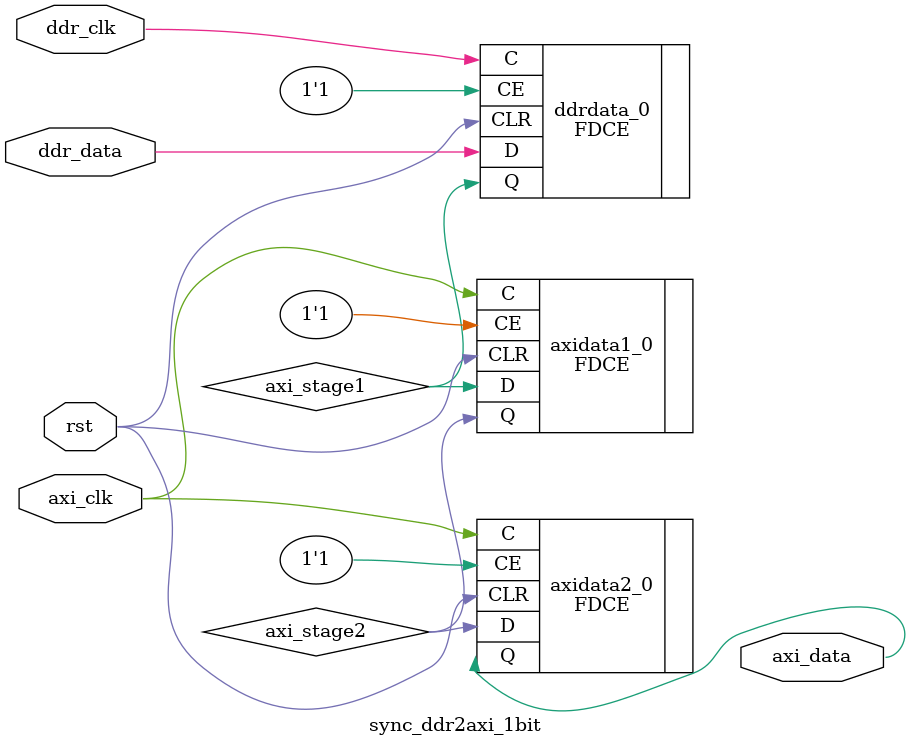
<source format=v>

module sync_ddr2axi_1bit(
  input   wire           rst,
  input   wire           axi_clk,
  input   wire           ddr_clk,
  input   wire [0:0]     ddr_data,
  output  wire [0:0]     axi_data
  );

  wire [0:0]    axi_stage1;
  wire [0:0]    axi_stage2;

  // ddr data
  (* DONT_TOUCH="yes" *)FDCE #(.INIT(1'b0))
      ddrdata_0(
        .D(ddr_data[0]),
        .Q(axi_stage1[0]),
        .CE(1'b1),
        .C(ddr_clk),
        .CLR(rst)
        );

  // axi stage1
  (* DONT_TOUCH="yes" *)FDCE #(.INIT(1'b0))
      axidata1_0(
        .D(axi_stage1[0]),
        .Q(axi_stage2[0]),
        .CE(1'b1),
        .C(axi_clk),
        .CLR(rst)
        );
  // axi stage2
  (* DONT_TOUCH="yes" *)FDCE #(.INIT(1'b0))
      axidata2_0(
        .D(axi_stage2[0]),
        .Q(axi_data[0]),
        .CE(1'b1),
        .C(axi_clk),
        .CLR(rst)
        );

endmodule

</source>
